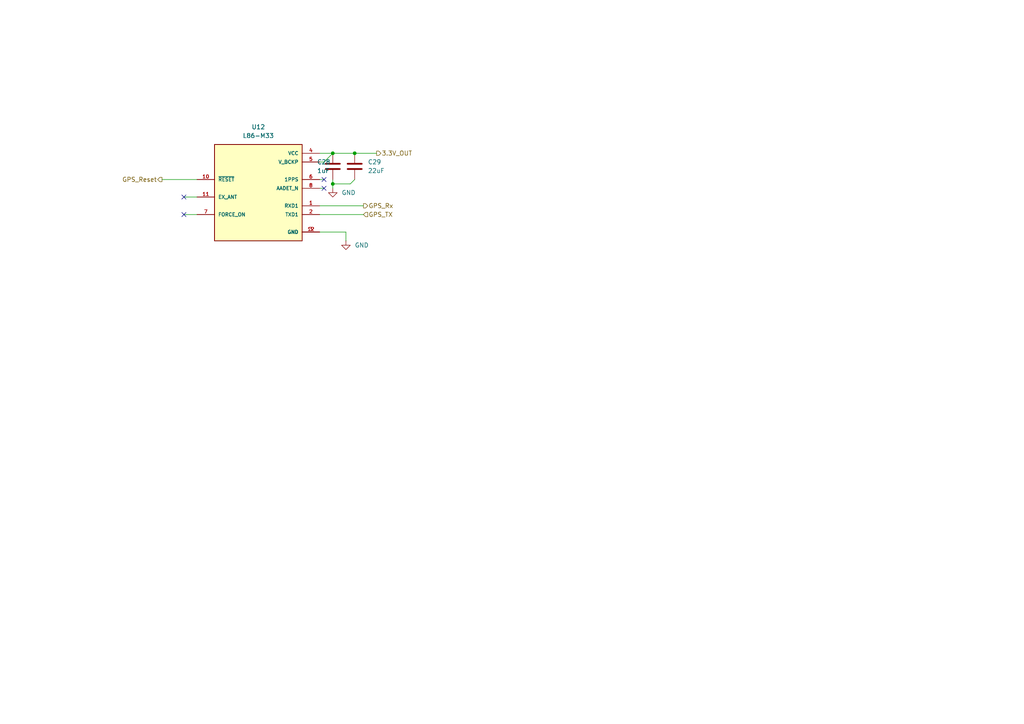
<source format=kicad_sch>
(kicad_sch (version 20250114) (generator "eeschema") (generator_version "9.0")
  (paper "A4")
  (lib_symbols
    (symbol "Device:C" (pin_numbers (hide yes)) (pin_names (offset 0.254))
      (property "Reference" "C" (at 0.635 2.54 0))
      (property "Value" "C" (at 0.635 -2.54 0))
      (symbol "C_0_1"
        (polyline (pts (xy -2.032 0.762) (xy 2.032 0.762)) (stroke (width 0.508)))
        (polyline (pts (xy -2.032 -0.762) (xy 2.032 -0.762)) (stroke (width 0.508)))
      )
      (symbol "C_1_1"
        (pin passive line (at 0 3.81 270) (length 2.794) (name "~") (number "1"))
        (pin passive line (at 0 -3.81 90) (length 2.794) (name "~") (number "2"))
      )
    )
    (symbol "L86-M33:L86-M33" (pin_names (offset 1.016))
      (property "Reference" "U" (at -12.7042 12.7042 0))
      (property "Value" "L86-M33" (at -12.7212 -17.8097 0))
      (symbol "L86-M33_0_0"
        (rectangle (start -12.7 -15.24) (end 12.7 12.7) (stroke (width 0.254)) (fill (type background)))
        (pin input line (at -17.78 2.54 0) (length 5.08) (name "~{RESET}") (number "10"))
        (pin input line (at -17.78 -2.54 0) (length 5.08) (name "EX_ANT") (number "11"))
        (pin input line (at -17.78 -7.62 0) (length 5.08) (name "FORCE_ON") (number "7"))
        (pin power_in line (at 17.78 10.16 180) (length 5.08) (name "VCC") (number "4"))
        (pin power_in line (at 17.78 7.62 180) (length 5.08) (name "V_BCKP") (number "5"))
        (pin output line (at 17.78 2.54 180) (length 5.08) (name "1PPS") (number "6"))
        (pin output line (at 17.78 0 180) (length 5.08) (name "AADET_N") (number "8"))
        (pin input line (at 17.78 -5.08 180) (length 5.08) (name "RXD1") (number "1"))
        (pin output line (at 17.78 -7.62 180) (length 5.08) (name "TXD1") (number "2"))
        (pin passive line (at 17.78 -12.7 180) (length 5.08) (name "GND") (number "12"))
        (pin passive line (at 17.78 -12.7 180) (length 5.08) (name "GND") (number "3"))
      )
    )
    (symbol "power:GND" (power) (pin_numbers (hide yes)) (pin_names (offset 0) (hide yes))
      (property "Value" "GND" (at 0 -3.81 0))
      (symbol "GND_0_1"
        (polyline (pts (xy 0 0) (xy 0 -1.27) (xy 1.27 -1.27) (xy 0 -2.54) (xy -1.27 -1.27) (xy 0 -1.27)))
      )
      (symbol "GND_1_1"
        (pin power_in line (at 0 0 270) (length 0) (name "~") (number "1"))
      )
    )
  )
  (junction (at 96.52 53.34))
  (junction (at 102.87 44.45))
  (junction (at 96.52 44.45))
  (no_connect (at 53.34 57.15))
  (no_connect (at 93.98 54.61))
  (no_connect (at 93.98 52.07))
  (no_connect (at 53.34 62.23))
  (wire (pts (xy 96.52 44.45) (xy 93.98 46.99)))
  (wire (pts (xy 96.52 53.34) (xy 96.52 54.61)))
  (wire (pts (xy 100.33 69.85) (xy 100.33 67.31)))
  (wire (pts (xy 93.98 54.61) (xy 92.71 54.61)))
  (wire (pts (xy 96.52 44.45) (xy 102.87 44.45)))
  (wire (pts (xy 53.34 62.23) (xy 57.15 62.23)))
  (wire (pts (xy 46.99 52.07) (xy 57.15 52.07)))
  (wire (pts (xy 92.71 62.23) (xy 105.41 62.23)))
  (wire (pts (xy 102.87 52.07) (xy 101.6 53.34)))
  (wire (pts (xy 92.71 59.69) (xy 105.41 59.69)))
  (wire (pts (xy 92.71 44.45) (xy 96.52 44.45)))
  (wire (pts (xy 53.34 57.15) (xy 57.15 57.15)))
  (wire (pts (xy 93.98 52.07) (xy 92.71 52.07)))
  (wire (pts (xy 96.52 53.34) (xy 101.6 53.34)))
  (wire (pts (xy 96.52 52.07) (xy 96.52 53.34)))
  (wire (pts (xy 100.33 67.31) (xy 92.71 67.31)))
  (wire (pts (xy 102.87 44.45) (xy 109.22 44.45)))
  (wire (pts (xy 93.98 46.99) (xy 92.71 46.99)))
  (hierarchical_label "3.3V_OUT" (shape output) (at 109.22 44.45 0))
  (hierarchical_label "GPS_TX" (shape input) (at 105.41 62.23 0))
  (hierarchical_label "GPS_Reset" (shape output) (at 46.99 52.07 180))
  (hierarchical_label "GPS_Rx" (shape output) (at 105.41 59.69 0))
  (symbol (lib_id "L86-M33:L86-M33") (at 74.93 54.61 0) (unit 1)
    (property "Reference" "U12" (at 74.93 36.83 0))
    (property "Value" "L86-M33" (at 74.93 39.37 0))
    (property "Footprint" "L86-M33:XCVR_L86-M33" (effects (hide yes)))
    (property "MF" "Quectel" (effects (hide yes)))
    (property "DESCRIPTION" "L86 is an ultra-compact GNSS POT _Patch on Top_ module with an embedded 18.4mm × 18.4mm × 4.0mm patch antenna and utilizes the MediaTek new generation GNSS chipset MT3333 that achieves the perfect performance" (effects (hide yes)))
    (property "PACKAGE" "None" (effects (hide yes)))
    (property "PRICE" "None" (effects (hide yes)))
    (property "Package" "LCC-12 Quectel" (effects (hide yes)))
    (property "Check_prices" "https://www.snapeda.com/parts/L86-M33/Quectel/view-part/?ref=eda" (effects (hide yes)))
    (property "Price" "None" (effects (hide yes)))
    (property "SnapEDA_Link" "https://www.snapeda.com/parts/L86-M33/Quectel/view-part/?ref=snap" (effects (hide yes)))
    (property "MP" "L86-M33" (effects (hide yes)))
    (property "Availability" "In Stock" (effects (hide yes)))
    (property "AVAILABILITY" "Unavailable" (effects (hide yes)))
    (property "Description_1" "L86 is an ultra-compact GNSS POT (Patch on Top) module with an embedded 18.4mm × 18.4mm × 4.0mm patch antenna and utilizes the MediaTek new generation GNSS chipset MT3333 that achieves the perfect performance" (effects (hide yes)))
  )
  (symbol (lib_id "power:GND") (at 100.33 69.85 0) (unit 1)
    (property "Reference" "#PWR042" (effects (hide yes)))
    (property "Value" "GND" (at 102.87 71.1199 0) (effects (justify left)))
    (property "Description" "Power symbol creates a global label with name \"GND\" , ground" (effects (hide yes)))
  )
  (symbol (lib_id "power:GND") (at 96.52 54.61 0) (unit 1)
    (property "Reference" "#PWR041" (effects (hide yes)))
    (property "Value" "GND" (at 99.06 55.8799 0) (effects (justify left)))
    (property "Description" "Power symbol creates a global label with name \"GND\" , ground" (effects (hide yes)))
  )
  (symbol (lib_id "Device:C") (at 96.52 48.26 0) (unit 1)
    (property "Reference" "C28" (at 91.948 46.99 0) (effects (justify left)))
    (property "Value" "1uF" (at 91.948 49.53 0) (effects (justify left)))
    (property "Footprint" "Capacitor_SMD:C_0603_1608Metric" (effects (hide yes)))
    (property "Description" "Unpolarized capacitor" (effects (hide yes)))
  )
  (symbol (lib_id "Device:C") (at 102.87 48.26 0) (unit 1)
    (property "Reference" "C29" (at 106.68 46.9899 0) (effects (justify left)))
    (property "Value" "22uF" (at 106.68 49.5299 0) (effects (justify left)))
    (property "Footprint" "Capacitor_SMD:C_0805_2012Metric" (effects (hide yes)))
    (property "Description" "Unpolarized capacitor" (effects (hide yes)))
  )
)
</source>
